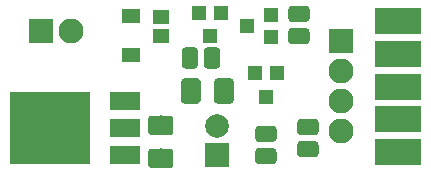
<source format=gbr>
G04 #@! TF.GenerationSoftware,KiCad,Pcbnew,(5.0.0)*
G04 #@! TF.CreationDate,2018-12-07T10:27:40+01:00*
G04 #@! TF.ProjectId,SoNavi,536F4E6176692E6B696361645F706362,rev?*
G04 #@! TF.SameCoordinates,Original*
G04 #@! TF.FileFunction,Soldermask,Top*
G04 #@! TF.FilePolarity,Negative*
%FSLAX46Y46*%
G04 Gerber Fmt 4.6, Leading zero omitted, Abs format (unit mm)*
G04 Created by KiCad (PCBNEW (5.0.0)) date 12/07/18 10:27:40*
%MOMM*%
%LPD*%
G01*
G04 APERTURE LIST*
%ADD10C,0.300000*%
%ADD11C,1.375000*%
%ADD12R,1.200000X1.300000*%
%ADD13R,1.300000X1.200000*%
%ADD14R,2.600000X1.600000*%
%ADD15R,6.800000X6.200000*%
%ADD16C,1.650000*%
%ADD17R,3.880000X2.246667*%
%ADD18R,2.125000X2.125000*%
%ADD19C,2.125000*%
%ADD20R,2.000000X2.000000*%
%ADD21C,2.000000*%
%ADD22R,1.600000X1.300000*%
%ADD23R,1.380000X1.270000*%
G04 APERTURE END LIST*
D10*
G04 #@! TO.C,R2*
G36*
X78059943Y-79324155D02*
X78093312Y-79329105D01*
X78126035Y-79337302D01*
X78157797Y-79348666D01*
X78188293Y-79363090D01*
X78217227Y-79380432D01*
X78244323Y-79400528D01*
X78269318Y-79423182D01*
X78291972Y-79448177D01*
X78312068Y-79475273D01*
X78329410Y-79504207D01*
X78343834Y-79534703D01*
X78355198Y-79566465D01*
X78363395Y-79599188D01*
X78368345Y-79632557D01*
X78370000Y-79666250D01*
X78370000Y-80353750D01*
X78368345Y-80387443D01*
X78363395Y-80420812D01*
X78355198Y-80453535D01*
X78343834Y-80485297D01*
X78329410Y-80515793D01*
X78312068Y-80544727D01*
X78291972Y-80571823D01*
X78269318Y-80596818D01*
X78244323Y-80619472D01*
X78217227Y-80639568D01*
X78188293Y-80656910D01*
X78157797Y-80671334D01*
X78126035Y-80682698D01*
X78093312Y-80690895D01*
X78059943Y-80695845D01*
X78026250Y-80697500D01*
X76913750Y-80697500D01*
X76880057Y-80695845D01*
X76846688Y-80690895D01*
X76813965Y-80682698D01*
X76782203Y-80671334D01*
X76751707Y-80656910D01*
X76722773Y-80639568D01*
X76695677Y-80619472D01*
X76670682Y-80596818D01*
X76648028Y-80571823D01*
X76627932Y-80544727D01*
X76610590Y-80515793D01*
X76596166Y-80485297D01*
X76584802Y-80453535D01*
X76576605Y-80420812D01*
X76571655Y-80387443D01*
X76570000Y-80353750D01*
X76570000Y-79666250D01*
X76571655Y-79632557D01*
X76576605Y-79599188D01*
X76584802Y-79566465D01*
X76596166Y-79534703D01*
X76610590Y-79504207D01*
X76627932Y-79475273D01*
X76648028Y-79448177D01*
X76670682Y-79423182D01*
X76695677Y-79400528D01*
X76722773Y-79380432D01*
X76751707Y-79363090D01*
X76782203Y-79348666D01*
X76813965Y-79337302D01*
X76846688Y-79329105D01*
X76880057Y-79324155D01*
X76913750Y-79322500D01*
X78026250Y-79322500D01*
X78059943Y-79324155D01*
X78059943Y-79324155D01*
G37*
D11*
X77470000Y-80010000D03*
D10*
G36*
X78059943Y-81199155D02*
X78093312Y-81204105D01*
X78126035Y-81212302D01*
X78157797Y-81223666D01*
X78188293Y-81238090D01*
X78217227Y-81255432D01*
X78244323Y-81275528D01*
X78269318Y-81298182D01*
X78291972Y-81323177D01*
X78312068Y-81350273D01*
X78329410Y-81379207D01*
X78343834Y-81409703D01*
X78355198Y-81441465D01*
X78363395Y-81474188D01*
X78368345Y-81507557D01*
X78370000Y-81541250D01*
X78370000Y-82228750D01*
X78368345Y-82262443D01*
X78363395Y-82295812D01*
X78355198Y-82328535D01*
X78343834Y-82360297D01*
X78329410Y-82390793D01*
X78312068Y-82419727D01*
X78291972Y-82446823D01*
X78269318Y-82471818D01*
X78244323Y-82494472D01*
X78217227Y-82514568D01*
X78188293Y-82531910D01*
X78157797Y-82546334D01*
X78126035Y-82557698D01*
X78093312Y-82565895D01*
X78059943Y-82570845D01*
X78026250Y-82572500D01*
X76913750Y-82572500D01*
X76880057Y-82570845D01*
X76846688Y-82565895D01*
X76813965Y-82557698D01*
X76782203Y-82546334D01*
X76751707Y-82531910D01*
X76722773Y-82514568D01*
X76695677Y-82494472D01*
X76670682Y-82471818D01*
X76648028Y-82446823D01*
X76627932Y-82419727D01*
X76610590Y-82390793D01*
X76596166Y-82360297D01*
X76584802Y-82328535D01*
X76576605Y-82295812D01*
X76571655Y-82262443D01*
X76570000Y-82228750D01*
X76570000Y-81541250D01*
X76571655Y-81507557D01*
X76576605Y-81474188D01*
X76584802Y-81441465D01*
X76596166Y-81409703D01*
X76610590Y-81379207D01*
X76627932Y-81350273D01*
X76648028Y-81323177D01*
X76670682Y-81298182D01*
X76695677Y-81275528D01*
X76722773Y-81255432D01*
X76751707Y-81238090D01*
X76782203Y-81223666D01*
X76813965Y-81212302D01*
X76846688Y-81204105D01*
X76880057Y-81199155D01*
X76913750Y-81197500D01*
X78026250Y-81197500D01*
X78059943Y-81199155D01*
X78059943Y-81199155D01*
G37*
D11*
X77470000Y-81885000D03*
G04 #@! TD*
D12*
G04 #@! TO.C,Q1*
X74864000Y-75454000D03*
X72964000Y-75454000D03*
X73914000Y-77454000D03*
G04 #@! TD*
D13*
G04 #@! TO.C,Q2*
X72316162Y-71447928D03*
X74316162Y-70497928D03*
X74316162Y-72397928D03*
G04 #@! TD*
D10*
G04 #@! TO.C,R1*
G36*
X74503943Y-81785655D02*
X74537312Y-81790605D01*
X74570035Y-81798802D01*
X74601797Y-81810166D01*
X74632293Y-81824590D01*
X74661227Y-81841932D01*
X74688323Y-81862028D01*
X74713318Y-81884682D01*
X74735972Y-81909677D01*
X74756068Y-81936773D01*
X74773410Y-81965707D01*
X74787834Y-81996203D01*
X74799198Y-82027965D01*
X74807395Y-82060688D01*
X74812345Y-82094057D01*
X74814000Y-82127750D01*
X74814000Y-82815250D01*
X74812345Y-82848943D01*
X74807395Y-82882312D01*
X74799198Y-82915035D01*
X74787834Y-82946797D01*
X74773410Y-82977293D01*
X74756068Y-83006227D01*
X74735972Y-83033323D01*
X74713318Y-83058318D01*
X74688323Y-83080972D01*
X74661227Y-83101068D01*
X74632293Y-83118410D01*
X74601797Y-83132834D01*
X74570035Y-83144198D01*
X74537312Y-83152395D01*
X74503943Y-83157345D01*
X74470250Y-83159000D01*
X73357750Y-83159000D01*
X73324057Y-83157345D01*
X73290688Y-83152395D01*
X73257965Y-83144198D01*
X73226203Y-83132834D01*
X73195707Y-83118410D01*
X73166773Y-83101068D01*
X73139677Y-83080972D01*
X73114682Y-83058318D01*
X73092028Y-83033323D01*
X73071932Y-83006227D01*
X73054590Y-82977293D01*
X73040166Y-82946797D01*
X73028802Y-82915035D01*
X73020605Y-82882312D01*
X73015655Y-82848943D01*
X73014000Y-82815250D01*
X73014000Y-82127750D01*
X73015655Y-82094057D01*
X73020605Y-82060688D01*
X73028802Y-82027965D01*
X73040166Y-81996203D01*
X73054590Y-81965707D01*
X73071932Y-81936773D01*
X73092028Y-81909677D01*
X73114682Y-81884682D01*
X73139677Y-81862028D01*
X73166773Y-81841932D01*
X73195707Y-81824590D01*
X73226203Y-81810166D01*
X73257965Y-81798802D01*
X73290688Y-81790605D01*
X73324057Y-81785655D01*
X73357750Y-81784000D01*
X74470250Y-81784000D01*
X74503943Y-81785655D01*
X74503943Y-81785655D01*
G37*
D11*
X73914000Y-82471500D03*
D10*
G36*
X74503943Y-79910655D02*
X74537312Y-79915605D01*
X74570035Y-79923802D01*
X74601797Y-79935166D01*
X74632293Y-79949590D01*
X74661227Y-79966932D01*
X74688323Y-79987028D01*
X74713318Y-80009682D01*
X74735972Y-80034677D01*
X74756068Y-80061773D01*
X74773410Y-80090707D01*
X74787834Y-80121203D01*
X74799198Y-80152965D01*
X74807395Y-80185688D01*
X74812345Y-80219057D01*
X74814000Y-80252750D01*
X74814000Y-80940250D01*
X74812345Y-80973943D01*
X74807395Y-81007312D01*
X74799198Y-81040035D01*
X74787834Y-81071797D01*
X74773410Y-81102293D01*
X74756068Y-81131227D01*
X74735972Y-81158323D01*
X74713318Y-81183318D01*
X74688323Y-81205972D01*
X74661227Y-81226068D01*
X74632293Y-81243410D01*
X74601797Y-81257834D01*
X74570035Y-81269198D01*
X74537312Y-81277395D01*
X74503943Y-81282345D01*
X74470250Y-81284000D01*
X73357750Y-81284000D01*
X73324057Y-81282345D01*
X73290688Y-81277395D01*
X73257965Y-81269198D01*
X73226203Y-81257834D01*
X73195707Y-81243410D01*
X73166773Y-81226068D01*
X73139677Y-81205972D01*
X73114682Y-81183318D01*
X73092028Y-81158323D01*
X73071932Y-81131227D01*
X73054590Y-81102293D01*
X73040166Y-81071797D01*
X73028802Y-81040035D01*
X73020605Y-81007312D01*
X73015655Y-80973943D01*
X73014000Y-80940250D01*
X73014000Y-80252750D01*
X73015655Y-80219057D01*
X73020605Y-80185688D01*
X73028802Y-80152965D01*
X73040166Y-80121203D01*
X73054590Y-80090707D01*
X73071932Y-80061773D01*
X73092028Y-80034677D01*
X73114682Y-80009682D01*
X73139677Y-79987028D01*
X73166773Y-79966932D01*
X73195707Y-79949590D01*
X73226203Y-79935166D01*
X73257965Y-79923802D01*
X73290688Y-79915605D01*
X73324057Y-79910655D01*
X73357750Y-79909000D01*
X74470250Y-79909000D01*
X74503943Y-79910655D01*
X74503943Y-79910655D01*
G37*
D11*
X73914000Y-80596500D03*
G04 #@! TD*
D10*
G04 #@! TO.C,R3*
G36*
X77297943Y-71625655D02*
X77331312Y-71630605D01*
X77364035Y-71638802D01*
X77395797Y-71650166D01*
X77426293Y-71664590D01*
X77455227Y-71681932D01*
X77482323Y-71702028D01*
X77507318Y-71724682D01*
X77529972Y-71749677D01*
X77550068Y-71776773D01*
X77567410Y-71805707D01*
X77581834Y-71836203D01*
X77593198Y-71867965D01*
X77601395Y-71900688D01*
X77606345Y-71934057D01*
X77608000Y-71967750D01*
X77608000Y-72655250D01*
X77606345Y-72688943D01*
X77601395Y-72722312D01*
X77593198Y-72755035D01*
X77581834Y-72786797D01*
X77567410Y-72817293D01*
X77550068Y-72846227D01*
X77529972Y-72873323D01*
X77507318Y-72898318D01*
X77482323Y-72920972D01*
X77455227Y-72941068D01*
X77426293Y-72958410D01*
X77395797Y-72972834D01*
X77364035Y-72984198D01*
X77331312Y-72992395D01*
X77297943Y-72997345D01*
X77264250Y-72999000D01*
X76151750Y-72999000D01*
X76118057Y-72997345D01*
X76084688Y-72992395D01*
X76051965Y-72984198D01*
X76020203Y-72972834D01*
X75989707Y-72958410D01*
X75960773Y-72941068D01*
X75933677Y-72920972D01*
X75908682Y-72898318D01*
X75886028Y-72873323D01*
X75865932Y-72846227D01*
X75848590Y-72817293D01*
X75834166Y-72786797D01*
X75822802Y-72755035D01*
X75814605Y-72722312D01*
X75809655Y-72688943D01*
X75808000Y-72655250D01*
X75808000Y-71967750D01*
X75809655Y-71934057D01*
X75814605Y-71900688D01*
X75822802Y-71867965D01*
X75834166Y-71836203D01*
X75848590Y-71805707D01*
X75865932Y-71776773D01*
X75886028Y-71749677D01*
X75908682Y-71724682D01*
X75933677Y-71702028D01*
X75960773Y-71681932D01*
X75989707Y-71664590D01*
X76020203Y-71650166D01*
X76051965Y-71638802D01*
X76084688Y-71630605D01*
X76118057Y-71625655D01*
X76151750Y-71624000D01*
X77264250Y-71624000D01*
X77297943Y-71625655D01*
X77297943Y-71625655D01*
G37*
D11*
X76708000Y-72311500D03*
D10*
G36*
X77297943Y-69750655D02*
X77331312Y-69755605D01*
X77364035Y-69763802D01*
X77395797Y-69775166D01*
X77426293Y-69789590D01*
X77455227Y-69806932D01*
X77482323Y-69827028D01*
X77507318Y-69849682D01*
X77529972Y-69874677D01*
X77550068Y-69901773D01*
X77567410Y-69930707D01*
X77581834Y-69961203D01*
X77593198Y-69992965D01*
X77601395Y-70025688D01*
X77606345Y-70059057D01*
X77608000Y-70092750D01*
X77608000Y-70780250D01*
X77606345Y-70813943D01*
X77601395Y-70847312D01*
X77593198Y-70880035D01*
X77581834Y-70911797D01*
X77567410Y-70942293D01*
X77550068Y-70971227D01*
X77529972Y-70998323D01*
X77507318Y-71023318D01*
X77482323Y-71045972D01*
X77455227Y-71066068D01*
X77426293Y-71083410D01*
X77395797Y-71097834D01*
X77364035Y-71109198D01*
X77331312Y-71117395D01*
X77297943Y-71122345D01*
X77264250Y-71124000D01*
X76151750Y-71124000D01*
X76118057Y-71122345D01*
X76084688Y-71117395D01*
X76051965Y-71109198D01*
X76020203Y-71097834D01*
X75989707Y-71083410D01*
X75960773Y-71066068D01*
X75933677Y-71045972D01*
X75908682Y-71023318D01*
X75886028Y-70998323D01*
X75865932Y-70971227D01*
X75848590Y-70942293D01*
X75834166Y-70911797D01*
X75822802Y-70880035D01*
X75814605Y-70847312D01*
X75809655Y-70813943D01*
X75808000Y-70780250D01*
X75808000Y-70092750D01*
X75809655Y-70059057D01*
X75814605Y-70025688D01*
X75822802Y-69992965D01*
X75834166Y-69961203D01*
X75848590Y-69930707D01*
X75865932Y-69901773D01*
X75886028Y-69874677D01*
X75908682Y-69849682D01*
X75933677Y-69827028D01*
X75960773Y-69806932D01*
X75989707Y-69789590D01*
X76020203Y-69775166D01*
X76051965Y-69763802D01*
X76084688Y-69755605D01*
X76118057Y-69750655D01*
X76151750Y-69749000D01*
X77264250Y-69749000D01*
X77297943Y-69750655D01*
X77297943Y-69750655D01*
G37*
D11*
X76708000Y-70436500D03*
G04 #@! TD*
D10*
G04 #@! TO.C,R4*
G36*
X69719443Y-73269655D02*
X69752812Y-73274605D01*
X69785535Y-73282802D01*
X69817297Y-73294166D01*
X69847793Y-73308590D01*
X69876727Y-73325932D01*
X69903823Y-73346028D01*
X69928818Y-73368682D01*
X69951472Y-73393677D01*
X69971568Y-73420773D01*
X69988910Y-73449707D01*
X70003334Y-73480203D01*
X70014698Y-73511965D01*
X70022895Y-73544688D01*
X70027845Y-73578057D01*
X70029500Y-73611750D01*
X70029500Y-74724250D01*
X70027845Y-74757943D01*
X70022895Y-74791312D01*
X70014698Y-74824035D01*
X70003334Y-74855797D01*
X69988910Y-74886293D01*
X69971568Y-74915227D01*
X69951472Y-74942323D01*
X69928818Y-74967318D01*
X69903823Y-74989972D01*
X69876727Y-75010068D01*
X69847793Y-75027410D01*
X69817297Y-75041834D01*
X69785535Y-75053198D01*
X69752812Y-75061395D01*
X69719443Y-75066345D01*
X69685750Y-75068000D01*
X68998250Y-75068000D01*
X68964557Y-75066345D01*
X68931188Y-75061395D01*
X68898465Y-75053198D01*
X68866703Y-75041834D01*
X68836207Y-75027410D01*
X68807273Y-75010068D01*
X68780177Y-74989972D01*
X68755182Y-74967318D01*
X68732528Y-74942323D01*
X68712432Y-74915227D01*
X68695090Y-74886293D01*
X68680666Y-74855797D01*
X68669302Y-74824035D01*
X68661105Y-74791312D01*
X68656155Y-74757943D01*
X68654500Y-74724250D01*
X68654500Y-73611750D01*
X68656155Y-73578057D01*
X68661105Y-73544688D01*
X68669302Y-73511965D01*
X68680666Y-73480203D01*
X68695090Y-73449707D01*
X68712432Y-73420773D01*
X68732528Y-73393677D01*
X68755182Y-73368682D01*
X68780177Y-73346028D01*
X68807273Y-73325932D01*
X68836207Y-73308590D01*
X68866703Y-73294166D01*
X68898465Y-73282802D01*
X68931188Y-73274605D01*
X68964557Y-73269655D01*
X68998250Y-73268000D01*
X69685750Y-73268000D01*
X69719443Y-73269655D01*
X69719443Y-73269655D01*
G37*
D11*
X69342000Y-74168000D03*
D10*
G36*
X67844443Y-73269655D02*
X67877812Y-73274605D01*
X67910535Y-73282802D01*
X67942297Y-73294166D01*
X67972793Y-73308590D01*
X68001727Y-73325932D01*
X68028823Y-73346028D01*
X68053818Y-73368682D01*
X68076472Y-73393677D01*
X68096568Y-73420773D01*
X68113910Y-73449707D01*
X68128334Y-73480203D01*
X68139698Y-73511965D01*
X68147895Y-73544688D01*
X68152845Y-73578057D01*
X68154500Y-73611750D01*
X68154500Y-74724250D01*
X68152845Y-74757943D01*
X68147895Y-74791312D01*
X68139698Y-74824035D01*
X68128334Y-74855797D01*
X68113910Y-74886293D01*
X68096568Y-74915227D01*
X68076472Y-74942323D01*
X68053818Y-74967318D01*
X68028823Y-74989972D01*
X68001727Y-75010068D01*
X67972793Y-75027410D01*
X67942297Y-75041834D01*
X67910535Y-75053198D01*
X67877812Y-75061395D01*
X67844443Y-75066345D01*
X67810750Y-75068000D01*
X67123250Y-75068000D01*
X67089557Y-75066345D01*
X67056188Y-75061395D01*
X67023465Y-75053198D01*
X66991703Y-75041834D01*
X66961207Y-75027410D01*
X66932273Y-75010068D01*
X66905177Y-74989972D01*
X66880182Y-74967318D01*
X66857528Y-74942323D01*
X66837432Y-74915227D01*
X66820090Y-74886293D01*
X66805666Y-74855797D01*
X66794302Y-74824035D01*
X66786105Y-74791312D01*
X66781155Y-74757943D01*
X66779500Y-74724250D01*
X66779500Y-73611750D01*
X66781155Y-73578057D01*
X66786105Y-73544688D01*
X66794302Y-73511965D01*
X66805666Y-73480203D01*
X66820090Y-73449707D01*
X66837432Y-73420773D01*
X66857528Y-73393677D01*
X66880182Y-73368682D01*
X66905177Y-73346028D01*
X66932273Y-73325932D01*
X66961207Y-73308590D01*
X66991703Y-73294166D01*
X67023465Y-73282802D01*
X67056188Y-73274605D01*
X67089557Y-73269655D01*
X67123250Y-73268000D01*
X67810750Y-73268000D01*
X67844443Y-73269655D01*
X67844443Y-73269655D01*
G37*
D11*
X67467000Y-74168000D03*
G04 #@! TD*
D12*
G04 #@! TO.C,D1*
X70116162Y-70347928D03*
X68216162Y-70347928D03*
X69166162Y-72347928D03*
G04 #@! TD*
D14*
G04 #@! TO.C,U1*
X61966162Y-82397928D03*
X61966162Y-80117928D03*
X61966162Y-77837928D03*
D15*
X55666162Y-80117928D03*
G04 #@! TD*
D10*
G04 #@! TO.C,C1*
G36*
X65767508Y-79046517D02*
X65799542Y-79051269D01*
X65830956Y-79059138D01*
X65861448Y-79070048D01*
X65890723Y-79083894D01*
X65918500Y-79100543D01*
X65944512Y-79119835D01*
X65968507Y-79141583D01*
X65990255Y-79165578D01*
X66009547Y-79191590D01*
X66026196Y-79219367D01*
X66040042Y-79248642D01*
X66050952Y-79279134D01*
X66058821Y-79310548D01*
X66063573Y-79342582D01*
X66065162Y-79374928D01*
X66065162Y-80364928D01*
X66063573Y-80397274D01*
X66058821Y-80429308D01*
X66050952Y-80460722D01*
X66040042Y-80491214D01*
X66026196Y-80520489D01*
X66009547Y-80548266D01*
X65990255Y-80574278D01*
X65968507Y-80598273D01*
X65944512Y-80620021D01*
X65918500Y-80639313D01*
X65890723Y-80655962D01*
X65861448Y-80669808D01*
X65830956Y-80680718D01*
X65799542Y-80688587D01*
X65767508Y-80693339D01*
X65735162Y-80694928D01*
X64245162Y-80694928D01*
X64212816Y-80693339D01*
X64180782Y-80688587D01*
X64149368Y-80680718D01*
X64118876Y-80669808D01*
X64089601Y-80655962D01*
X64061824Y-80639313D01*
X64035812Y-80620021D01*
X64011817Y-80598273D01*
X63990069Y-80574278D01*
X63970777Y-80548266D01*
X63954128Y-80520489D01*
X63940282Y-80491214D01*
X63929372Y-80460722D01*
X63921503Y-80429308D01*
X63916751Y-80397274D01*
X63915162Y-80364928D01*
X63915162Y-79374928D01*
X63916751Y-79342582D01*
X63921503Y-79310548D01*
X63929372Y-79279134D01*
X63940282Y-79248642D01*
X63954128Y-79219367D01*
X63970777Y-79191590D01*
X63990069Y-79165578D01*
X64011817Y-79141583D01*
X64035812Y-79119835D01*
X64061824Y-79100543D01*
X64089601Y-79083894D01*
X64118876Y-79070048D01*
X64149368Y-79059138D01*
X64180782Y-79051269D01*
X64212816Y-79046517D01*
X64245162Y-79044928D01*
X65735162Y-79044928D01*
X65767508Y-79046517D01*
X65767508Y-79046517D01*
G37*
D16*
X64990162Y-79869928D03*
D10*
G36*
X65767508Y-81846517D02*
X65799542Y-81851269D01*
X65830956Y-81859138D01*
X65861448Y-81870048D01*
X65890723Y-81883894D01*
X65918500Y-81900543D01*
X65944512Y-81919835D01*
X65968507Y-81941583D01*
X65990255Y-81965578D01*
X66009547Y-81991590D01*
X66026196Y-82019367D01*
X66040042Y-82048642D01*
X66050952Y-82079134D01*
X66058821Y-82110548D01*
X66063573Y-82142582D01*
X66065162Y-82174928D01*
X66065162Y-83164928D01*
X66063573Y-83197274D01*
X66058821Y-83229308D01*
X66050952Y-83260722D01*
X66040042Y-83291214D01*
X66026196Y-83320489D01*
X66009547Y-83348266D01*
X65990255Y-83374278D01*
X65968507Y-83398273D01*
X65944512Y-83420021D01*
X65918500Y-83439313D01*
X65890723Y-83455962D01*
X65861448Y-83469808D01*
X65830956Y-83480718D01*
X65799542Y-83488587D01*
X65767508Y-83493339D01*
X65735162Y-83494928D01*
X64245162Y-83494928D01*
X64212816Y-83493339D01*
X64180782Y-83488587D01*
X64149368Y-83480718D01*
X64118876Y-83469808D01*
X64089601Y-83455962D01*
X64061824Y-83439313D01*
X64035812Y-83420021D01*
X64011817Y-83398273D01*
X63990069Y-83374278D01*
X63970777Y-83348266D01*
X63954128Y-83320489D01*
X63940282Y-83291214D01*
X63929372Y-83260722D01*
X63921503Y-83229308D01*
X63916751Y-83197274D01*
X63915162Y-83164928D01*
X63915162Y-82174928D01*
X63916751Y-82142582D01*
X63921503Y-82110548D01*
X63929372Y-82079134D01*
X63940282Y-82048642D01*
X63954128Y-82019367D01*
X63970777Y-81991590D01*
X63990069Y-81965578D01*
X64011817Y-81941583D01*
X64035812Y-81919835D01*
X64061824Y-81900543D01*
X64089601Y-81883894D01*
X64118876Y-81870048D01*
X64149368Y-81859138D01*
X64180782Y-81851269D01*
X64212816Y-81846517D01*
X64245162Y-81844928D01*
X65735162Y-81844928D01*
X65767508Y-81846517D01*
X65767508Y-81846517D01*
G37*
D16*
X64990162Y-82669928D03*
G04 #@! TD*
D10*
G04 #@! TO.C,C2*
G36*
X70885346Y-75888589D02*
X70917380Y-75893341D01*
X70948794Y-75901210D01*
X70979286Y-75912120D01*
X71008561Y-75925966D01*
X71036338Y-75942615D01*
X71062350Y-75961907D01*
X71086345Y-75983655D01*
X71108093Y-76007650D01*
X71127385Y-76033662D01*
X71144034Y-76061439D01*
X71157880Y-76090714D01*
X71168790Y-76121206D01*
X71176659Y-76152620D01*
X71181411Y-76184654D01*
X71183000Y-76217000D01*
X71183000Y-77707000D01*
X71181411Y-77739346D01*
X71176659Y-77771380D01*
X71168790Y-77802794D01*
X71157880Y-77833286D01*
X71144034Y-77862561D01*
X71127385Y-77890338D01*
X71108093Y-77916350D01*
X71086345Y-77940345D01*
X71062350Y-77962093D01*
X71036338Y-77981385D01*
X71008561Y-77998034D01*
X70979286Y-78011880D01*
X70948794Y-78022790D01*
X70917380Y-78030659D01*
X70885346Y-78035411D01*
X70853000Y-78037000D01*
X69863000Y-78037000D01*
X69830654Y-78035411D01*
X69798620Y-78030659D01*
X69767206Y-78022790D01*
X69736714Y-78011880D01*
X69707439Y-77998034D01*
X69679662Y-77981385D01*
X69653650Y-77962093D01*
X69629655Y-77940345D01*
X69607907Y-77916350D01*
X69588615Y-77890338D01*
X69571966Y-77862561D01*
X69558120Y-77833286D01*
X69547210Y-77802794D01*
X69539341Y-77771380D01*
X69534589Y-77739346D01*
X69533000Y-77707000D01*
X69533000Y-76217000D01*
X69534589Y-76184654D01*
X69539341Y-76152620D01*
X69547210Y-76121206D01*
X69558120Y-76090714D01*
X69571966Y-76061439D01*
X69588615Y-76033662D01*
X69607907Y-76007650D01*
X69629655Y-75983655D01*
X69653650Y-75961907D01*
X69679662Y-75942615D01*
X69707439Y-75925966D01*
X69736714Y-75912120D01*
X69767206Y-75901210D01*
X69798620Y-75893341D01*
X69830654Y-75888589D01*
X69863000Y-75887000D01*
X70853000Y-75887000D01*
X70885346Y-75888589D01*
X70885346Y-75888589D01*
G37*
D16*
X70358000Y-76962000D03*
D10*
G36*
X68085346Y-75888589D02*
X68117380Y-75893341D01*
X68148794Y-75901210D01*
X68179286Y-75912120D01*
X68208561Y-75925966D01*
X68236338Y-75942615D01*
X68262350Y-75961907D01*
X68286345Y-75983655D01*
X68308093Y-76007650D01*
X68327385Y-76033662D01*
X68344034Y-76061439D01*
X68357880Y-76090714D01*
X68368790Y-76121206D01*
X68376659Y-76152620D01*
X68381411Y-76184654D01*
X68383000Y-76217000D01*
X68383000Y-77707000D01*
X68381411Y-77739346D01*
X68376659Y-77771380D01*
X68368790Y-77802794D01*
X68357880Y-77833286D01*
X68344034Y-77862561D01*
X68327385Y-77890338D01*
X68308093Y-77916350D01*
X68286345Y-77940345D01*
X68262350Y-77962093D01*
X68236338Y-77981385D01*
X68208561Y-77998034D01*
X68179286Y-78011880D01*
X68148794Y-78022790D01*
X68117380Y-78030659D01*
X68085346Y-78035411D01*
X68053000Y-78037000D01*
X67063000Y-78037000D01*
X67030654Y-78035411D01*
X66998620Y-78030659D01*
X66967206Y-78022790D01*
X66936714Y-78011880D01*
X66907439Y-77998034D01*
X66879662Y-77981385D01*
X66853650Y-77962093D01*
X66829655Y-77940345D01*
X66807907Y-77916350D01*
X66788615Y-77890338D01*
X66771966Y-77862561D01*
X66758120Y-77833286D01*
X66747210Y-77802794D01*
X66739341Y-77771380D01*
X66734589Y-77739346D01*
X66733000Y-77707000D01*
X66733000Y-76217000D01*
X66734589Y-76184654D01*
X66739341Y-76152620D01*
X66747210Y-76121206D01*
X66758120Y-76090714D01*
X66771966Y-76061439D01*
X66788615Y-76033662D01*
X66807907Y-76007650D01*
X66829655Y-75983655D01*
X66853650Y-75961907D01*
X66879662Y-75942615D01*
X66907439Y-75925966D01*
X66936714Y-75912120D01*
X66967206Y-75901210D01*
X66998620Y-75893341D01*
X67030654Y-75888589D01*
X67063000Y-75887000D01*
X68053000Y-75887000D01*
X68085346Y-75888589D01*
X68085346Y-75888589D01*
G37*
D16*
X67558000Y-76962000D03*
G04 #@! TD*
D17*
G04 #@! TO.C,J1*
X85056162Y-71057928D03*
X85056162Y-73827928D03*
X85056162Y-76597928D03*
X85056162Y-79367928D03*
X85056162Y-82137928D03*
G04 #@! TD*
D18*
G04 #@! TO.C,J3*
X80266162Y-72747928D03*
D19*
X80266162Y-75287928D03*
X80266162Y-77827928D03*
X80266162Y-80367928D03*
G04 #@! TD*
D20*
G04 #@! TO.C,C3*
X69766162Y-82409928D03*
D21*
X69766162Y-79909928D03*
G04 #@! TD*
D18*
G04 #@! TO.C,J2*
X54864000Y-71882000D03*
D19*
X57404000Y-71882000D03*
G04 #@! TD*
D22*
G04 #@! TO.C,D2*
X62450162Y-70599928D03*
X62450162Y-73899928D03*
G04 #@! TD*
D23*
G04 #@! TO.C,F1*
X64990162Y-70687928D03*
X64990162Y-72287928D03*
G04 #@! TD*
M02*

</source>
